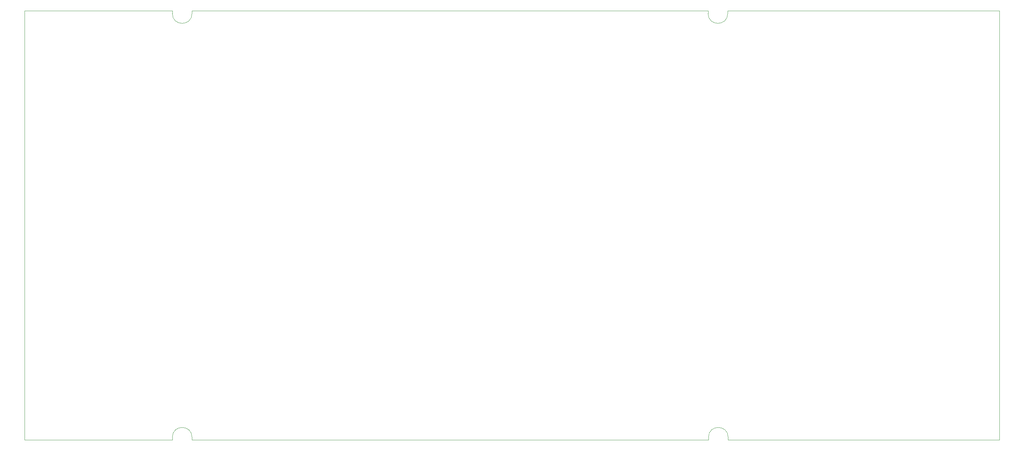
<source format=gbr>
%TF.GenerationSoftware,KiCad,Pcbnew,6.0.11*%
%TF.CreationDate,2024-12-15T19:30:31+01:00*%
%TF.ProjectId,stk-8500-MB,73746b2d-3835-4303-902d-4d422e6b6963,rev?*%
%TF.SameCoordinates,Original*%
%TF.FileFunction,Profile,NP*%
%FSLAX46Y46*%
G04 Gerber Fmt 4.6, Leading zero omitted, Abs format (unit mm)*
G04 Created by KiCad (PCBNEW 6.0.11) date 2024-12-15 19:30:31*
%MOMM*%
%LPD*%
G01*
G04 APERTURE LIST*
%TA.AperFunction,Profile*%
%ADD10C,0.100000*%
%TD*%
G04 APERTURE END LIST*
D10*
X64900000Y-51600000D02*
X64900000Y-52300000D01*
X59950000Y-52300000D02*
G75*
G03*
X64900000Y-52300000I2475000J0D01*
G01*
X194650000Y-52300000D02*
G75*
G03*
X199600000Y-52300000I2475000J0D01*
G01*
X199700000Y-158900000D02*
X199700000Y-159600000D01*
X22800000Y-159600000D02*
X22800000Y-51600000D01*
X59950000Y-159600000D02*
X25550000Y-159600000D01*
X64900000Y-158900000D02*
G75*
G03*
X59950000Y-158900000I-2475000J0D01*
G01*
X194650000Y-52300000D02*
X194650000Y-51600000D01*
X194750000Y-159600000D02*
X194750000Y-158900000D01*
X267900000Y-159600000D02*
X199700000Y-159600000D01*
X199600000Y-51600000D02*
X199600000Y-52300000D01*
X59950000Y-159600000D02*
X59950000Y-158900000D01*
X59950000Y-52300000D02*
X59950000Y-51600000D01*
X22800000Y-51600000D02*
X59950000Y-51600000D01*
X267900000Y-51600000D02*
X267900000Y-159600000D01*
X64900000Y-158900000D02*
X64900000Y-159600000D01*
X194750000Y-159600000D02*
X64900000Y-159600000D01*
X267900000Y-51600000D02*
X199600000Y-51600000D01*
X64900000Y-51600000D02*
X194650000Y-51600000D01*
X25550000Y-159600000D02*
X22800000Y-159600000D01*
X199700000Y-158900000D02*
G75*
G03*
X194750000Y-158900000I-2475000J0D01*
G01*
M02*

</source>
